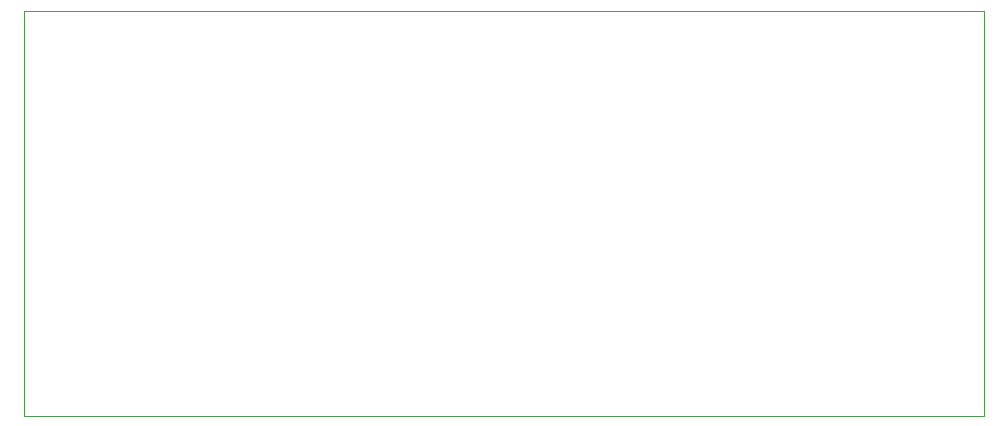
<source format=gbr>
G04 #@! TF.GenerationSoftware,KiCad,Pcbnew,5.1.5-52549c5~84~ubuntu18.04.1*
G04 #@! TF.CreationDate,2020-03-18T11:06:09+09:30*
G04 #@! TF.ProjectId,Frontend V2,46726f6e-7465-46e6-9420-56322e6b6963,rev?*
G04 #@! TF.SameCoordinates,Original*
G04 #@! TF.FileFunction,Profile,NP*
%FSLAX46Y46*%
G04 Gerber Fmt 4.6, Leading zero omitted, Abs format (unit mm)*
G04 Created by KiCad (PCBNEW 5.1.5-52549c5~84~ubuntu18.04.1) date 2020-03-18 11:06:09*
%MOMM*%
%LPD*%
G04 APERTURE LIST*
%ADD10C,0.050000*%
G04 APERTURE END LIST*
D10*
X209550000Y-33020000D02*
X209550000Y-67310000D01*
X128270000Y-33020000D02*
X128270000Y-67310000D01*
X128270000Y-67310000D02*
X209550000Y-67310000D01*
X209550000Y-33020000D02*
X128270000Y-33020000D01*
M02*

</source>
